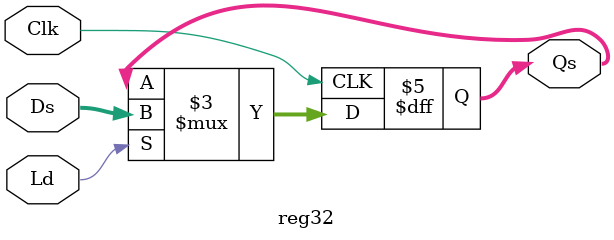
<source format=v>
module reg32 (output reg[31:0] Qs, input [31:0] Ds, input Ld, Clk);
	always @(posedge Clk) begin
		if(Ld) Qs = Ds;
	end
endmodule
</source>
